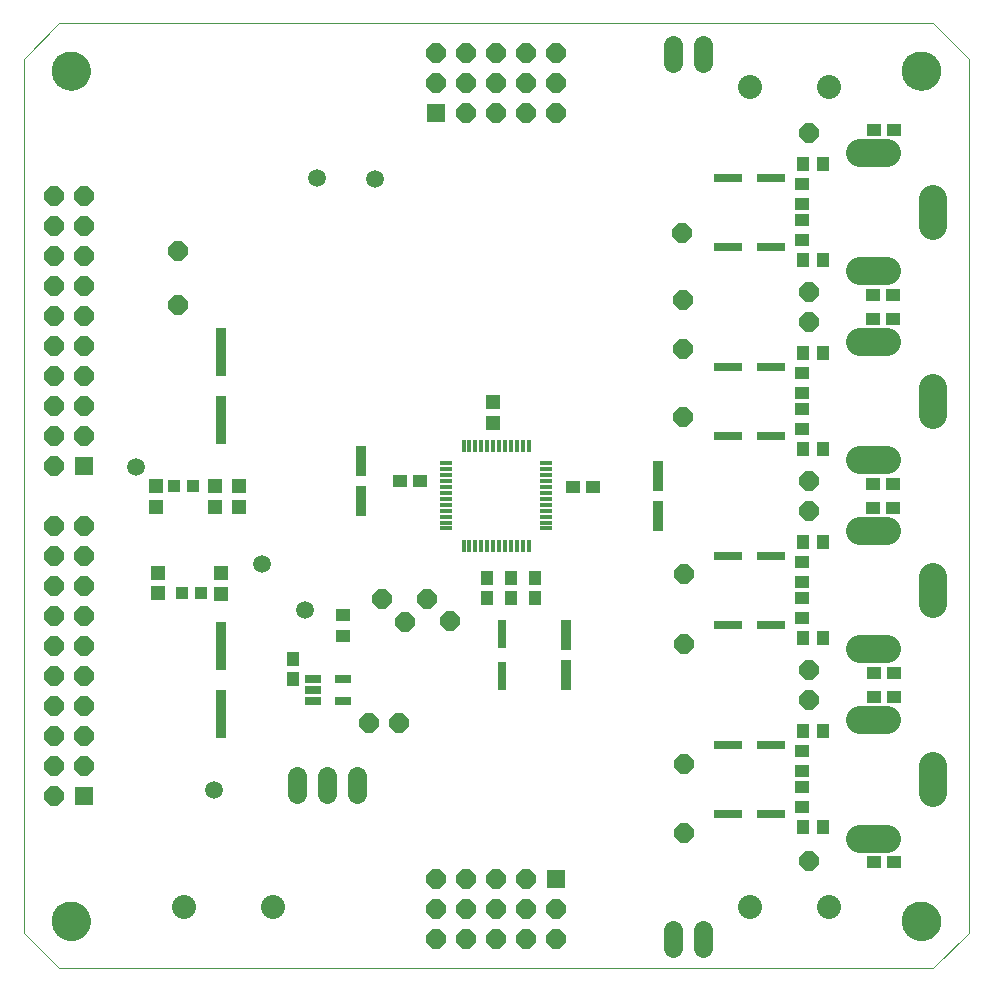
<source format=gts>
G75*
%MOIN*%
%OFA0B0*%
%FSLAX25Y25*%
%IPPOS*%
%LPD*%
%AMOC8*
5,1,8,0,0,1.08239X$1,22.5*
%
%ADD10R,0.03400X0.10100*%
%ADD11R,0.03156X0.09455*%
%ADD12R,0.09455X0.03156*%
%ADD13R,0.04731X0.04337*%
%ADD14R,0.04652X0.04534*%
%ADD15R,0.03400X0.16400*%
%ADD16R,0.04337X0.04731*%
%ADD17R,0.03943X0.03943*%
%ADD18C,0.00000*%
%ADD19C,0.12998*%
%ADD20OC8,0.06400*%
%ADD21R,0.06400X0.06400*%
%ADD22C,0.09258*%
%ADD23C,0.06400*%
%ADD24R,0.04337X0.01187*%
%ADD25R,0.01187X0.04337*%
%ADD26R,0.05400X0.02600*%
%ADD27C,0.08000*%
%ADD28C,0.05912*%
D10*
X0121600Y0191000D03*
X0121600Y0204200D03*
X0190000Y0146200D03*
X0190000Y0133000D03*
X0220800Y0186100D03*
X0220800Y0199300D03*
D11*
X0168700Y0146687D03*
X0168700Y0132513D03*
D12*
X0244213Y0149700D03*
X0258387Y0149700D03*
X0258387Y0172700D03*
X0244213Y0172700D03*
X0244213Y0212700D03*
X0258387Y0212700D03*
X0258387Y0235700D03*
X0244213Y0235700D03*
X0244213Y0275700D03*
X0258387Y0275700D03*
X0258387Y0298700D03*
X0244213Y0298700D03*
X0244213Y0109700D03*
X0258387Y0109700D03*
X0258387Y0086700D03*
X0244213Y0086700D03*
D13*
X0268900Y0088854D03*
X0268900Y0095546D03*
X0268900Y0100854D03*
X0268900Y0107546D03*
X0292654Y0125700D03*
X0299346Y0125700D03*
X0299346Y0133700D03*
X0292654Y0133700D03*
X0268900Y0151854D03*
X0268900Y0158546D03*
X0268900Y0163854D03*
X0268900Y0170546D03*
X0292554Y0188700D03*
X0299246Y0188700D03*
X0299246Y0196700D03*
X0292554Y0196700D03*
X0268900Y0214854D03*
X0268900Y0221546D03*
X0268900Y0226854D03*
X0268900Y0233546D03*
X0292554Y0251800D03*
X0299246Y0251800D03*
X0299246Y0259800D03*
X0292554Y0259800D03*
X0268900Y0277954D03*
X0268900Y0284646D03*
X0268900Y0289854D03*
X0268900Y0296546D03*
X0292654Y0314700D03*
X0299346Y0314700D03*
X0199146Y0195600D03*
X0192454Y0195600D03*
X0141346Y0197600D03*
X0134654Y0197600D03*
X0115900Y0152846D03*
X0115900Y0146154D03*
X0292654Y0070700D03*
X0299346Y0070700D03*
D14*
X0165800Y0217055D03*
X0165800Y0223945D03*
X0081200Y0195945D03*
X0081200Y0189055D03*
X0073000Y0189055D03*
X0073000Y0195945D03*
X0053300Y0195845D03*
X0053300Y0188955D03*
X0054100Y0167145D03*
X0054100Y0160255D03*
X0075000Y0160155D03*
X0075000Y0167045D03*
D15*
X0075100Y0142700D03*
X0075100Y0120100D03*
X0075000Y0217900D03*
X0075000Y0240500D03*
D16*
X0163700Y0165246D03*
X0163700Y0158554D03*
X0171700Y0158554D03*
X0171700Y0165246D03*
X0179700Y0165246D03*
X0179700Y0158554D03*
X0099000Y0138246D03*
X0099000Y0131554D03*
X0268954Y0145200D03*
X0275646Y0145200D03*
X0275646Y0114200D03*
X0268954Y0114200D03*
X0268954Y0082200D03*
X0275646Y0082200D03*
X0275646Y0177200D03*
X0268954Y0177200D03*
X0268954Y0208200D03*
X0275646Y0208200D03*
X0275646Y0240200D03*
X0268954Y0240200D03*
X0268954Y0271200D03*
X0275646Y0271200D03*
X0275646Y0303200D03*
X0268954Y0303200D03*
D17*
X0068450Y0160300D03*
X0062150Y0160300D03*
X0059350Y0195900D03*
X0065650Y0195900D03*
D18*
X0009300Y0047011D02*
X0021111Y0035200D01*
X0312450Y0035200D01*
X0324261Y0047011D01*
X0324261Y0338350D01*
X0312450Y0350161D01*
X0021111Y0350161D01*
X0009300Y0338350D01*
X0009300Y0047011D01*
X0018749Y0050948D02*
X0018751Y0051106D01*
X0018757Y0051264D01*
X0018767Y0051422D01*
X0018781Y0051580D01*
X0018799Y0051737D01*
X0018820Y0051894D01*
X0018846Y0052050D01*
X0018876Y0052206D01*
X0018909Y0052361D01*
X0018947Y0052514D01*
X0018988Y0052667D01*
X0019033Y0052819D01*
X0019082Y0052970D01*
X0019135Y0053119D01*
X0019191Y0053267D01*
X0019251Y0053413D01*
X0019315Y0053558D01*
X0019383Y0053701D01*
X0019454Y0053843D01*
X0019528Y0053983D01*
X0019606Y0054120D01*
X0019688Y0054256D01*
X0019772Y0054390D01*
X0019861Y0054521D01*
X0019952Y0054650D01*
X0020047Y0054777D01*
X0020144Y0054902D01*
X0020245Y0055024D01*
X0020349Y0055143D01*
X0020456Y0055260D01*
X0020566Y0055374D01*
X0020679Y0055485D01*
X0020794Y0055594D01*
X0020912Y0055699D01*
X0021033Y0055801D01*
X0021156Y0055901D01*
X0021282Y0055997D01*
X0021410Y0056090D01*
X0021540Y0056180D01*
X0021673Y0056266D01*
X0021808Y0056350D01*
X0021944Y0056429D01*
X0022083Y0056506D01*
X0022224Y0056578D01*
X0022366Y0056648D01*
X0022510Y0056713D01*
X0022656Y0056775D01*
X0022803Y0056833D01*
X0022952Y0056888D01*
X0023102Y0056939D01*
X0023253Y0056986D01*
X0023405Y0057029D01*
X0023558Y0057068D01*
X0023713Y0057104D01*
X0023868Y0057135D01*
X0024024Y0057163D01*
X0024180Y0057187D01*
X0024337Y0057207D01*
X0024495Y0057223D01*
X0024652Y0057235D01*
X0024811Y0057243D01*
X0024969Y0057247D01*
X0025127Y0057247D01*
X0025285Y0057243D01*
X0025444Y0057235D01*
X0025601Y0057223D01*
X0025759Y0057207D01*
X0025916Y0057187D01*
X0026072Y0057163D01*
X0026228Y0057135D01*
X0026383Y0057104D01*
X0026538Y0057068D01*
X0026691Y0057029D01*
X0026843Y0056986D01*
X0026994Y0056939D01*
X0027144Y0056888D01*
X0027293Y0056833D01*
X0027440Y0056775D01*
X0027586Y0056713D01*
X0027730Y0056648D01*
X0027872Y0056578D01*
X0028013Y0056506D01*
X0028152Y0056429D01*
X0028288Y0056350D01*
X0028423Y0056266D01*
X0028556Y0056180D01*
X0028686Y0056090D01*
X0028814Y0055997D01*
X0028940Y0055901D01*
X0029063Y0055801D01*
X0029184Y0055699D01*
X0029302Y0055594D01*
X0029417Y0055485D01*
X0029530Y0055374D01*
X0029640Y0055260D01*
X0029747Y0055143D01*
X0029851Y0055024D01*
X0029952Y0054902D01*
X0030049Y0054777D01*
X0030144Y0054650D01*
X0030235Y0054521D01*
X0030324Y0054390D01*
X0030408Y0054256D01*
X0030490Y0054120D01*
X0030568Y0053983D01*
X0030642Y0053843D01*
X0030713Y0053701D01*
X0030781Y0053558D01*
X0030845Y0053413D01*
X0030905Y0053267D01*
X0030961Y0053119D01*
X0031014Y0052970D01*
X0031063Y0052819D01*
X0031108Y0052667D01*
X0031149Y0052514D01*
X0031187Y0052361D01*
X0031220Y0052206D01*
X0031250Y0052050D01*
X0031276Y0051894D01*
X0031297Y0051737D01*
X0031315Y0051580D01*
X0031329Y0051422D01*
X0031339Y0051264D01*
X0031345Y0051106D01*
X0031347Y0050948D01*
X0031345Y0050790D01*
X0031339Y0050632D01*
X0031329Y0050474D01*
X0031315Y0050316D01*
X0031297Y0050159D01*
X0031276Y0050002D01*
X0031250Y0049846D01*
X0031220Y0049690D01*
X0031187Y0049535D01*
X0031149Y0049382D01*
X0031108Y0049229D01*
X0031063Y0049077D01*
X0031014Y0048926D01*
X0030961Y0048777D01*
X0030905Y0048629D01*
X0030845Y0048483D01*
X0030781Y0048338D01*
X0030713Y0048195D01*
X0030642Y0048053D01*
X0030568Y0047913D01*
X0030490Y0047776D01*
X0030408Y0047640D01*
X0030324Y0047506D01*
X0030235Y0047375D01*
X0030144Y0047246D01*
X0030049Y0047119D01*
X0029952Y0046994D01*
X0029851Y0046872D01*
X0029747Y0046753D01*
X0029640Y0046636D01*
X0029530Y0046522D01*
X0029417Y0046411D01*
X0029302Y0046302D01*
X0029184Y0046197D01*
X0029063Y0046095D01*
X0028940Y0045995D01*
X0028814Y0045899D01*
X0028686Y0045806D01*
X0028556Y0045716D01*
X0028423Y0045630D01*
X0028288Y0045546D01*
X0028152Y0045467D01*
X0028013Y0045390D01*
X0027872Y0045318D01*
X0027730Y0045248D01*
X0027586Y0045183D01*
X0027440Y0045121D01*
X0027293Y0045063D01*
X0027144Y0045008D01*
X0026994Y0044957D01*
X0026843Y0044910D01*
X0026691Y0044867D01*
X0026538Y0044828D01*
X0026383Y0044792D01*
X0026228Y0044761D01*
X0026072Y0044733D01*
X0025916Y0044709D01*
X0025759Y0044689D01*
X0025601Y0044673D01*
X0025444Y0044661D01*
X0025285Y0044653D01*
X0025127Y0044649D01*
X0024969Y0044649D01*
X0024811Y0044653D01*
X0024652Y0044661D01*
X0024495Y0044673D01*
X0024337Y0044689D01*
X0024180Y0044709D01*
X0024024Y0044733D01*
X0023868Y0044761D01*
X0023713Y0044792D01*
X0023558Y0044828D01*
X0023405Y0044867D01*
X0023253Y0044910D01*
X0023102Y0044957D01*
X0022952Y0045008D01*
X0022803Y0045063D01*
X0022656Y0045121D01*
X0022510Y0045183D01*
X0022366Y0045248D01*
X0022224Y0045318D01*
X0022083Y0045390D01*
X0021944Y0045467D01*
X0021808Y0045546D01*
X0021673Y0045630D01*
X0021540Y0045716D01*
X0021410Y0045806D01*
X0021282Y0045899D01*
X0021156Y0045995D01*
X0021033Y0046095D01*
X0020912Y0046197D01*
X0020794Y0046302D01*
X0020679Y0046411D01*
X0020566Y0046522D01*
X0020456Y0046636D01*
X0020349Y0046753D01*
X0020245Y0046872D01*
X0020144Y0046994D01*
X0020047Y0047119D01*
X0019952Y0047246D01*
X0019861Y0047375D01*
X0019772Y0047506D01*
X0019688Y0047640D01*
X0019606Y0047776D01*
X0019528Y0047913D01*
X0019454Y0048053D01*
X0019383Y0048195D01*
X0019315Y0048338D01*
X0019251Y0048483D01*
X0019191Y0048629D01*
X0019135Y0048777D01*
X0019082Y0048926D01*
X0019033Y0049077D01*
X0018988Y0049229D01*
X0018947Y0049382D01*
X0018909Y0049535D01*
X0018876Y0049690D01*
X0018846Y0049846D01*
X0018820Y0050002D01*
X0018799Y0050159D01*
X0018781Y0050316D01*
X0018767Y0050474D01*
X0018757Y0050632D01*
X0018751Y0050790D01*
X0018749Y0050948D01*
X0018749Y0334413D02*
X0018751Y0334571D01*
X0018757Y0334729D01*
X0018767Y0334887D01*
X0018781Y0335045D01*
X0018799Y0335202D01*
X0018820Y0335359D01*
X0018846Y0335515D01*
X0018876Y0335671D01*
X0018909Y0335826D01*
X0018947Y0335979D01*
X0018988Y0336132D01*
X0019033Y0336284D01*
X0019082Y0336435D01*
X0019135Y0336584D01*
X0019191Y0336732D01*
X0019251Y0336878D01*
X0019315Y0337023D01*
X0019383Y0337166D01*
X0019454Y0337308D01*
X0019528Y0337448D01*
X0019606Y0337585D01*
X0019688Y0337721D01*
X0019772Y0337855D01*
X0019861Y0337986D01*
X0019952Y0338115D01*
X0020047Y0338242D01*
X0020144Y0338367D01*
X0020245Y0338489D01*
X0020349Y0338608D01*
X0020456Y0338725D01*
X0020566Y0338839D01*
X0020679Y0338950D01*
X0020794Y0339059D01*
X0020912Y0339164D01*
X0021033Y0339266D01*
X0021156Y0339366D01*
X0021282Y0339462D01*
X0021410Y0339555D01*
X0021540Y0339645D01*
X0021673Y0339731D01*
X0021808Y0339815D01*
X0021944Y0339894D01*
X0022083Y0339971D01*
X0022224Y0340043D01*
X0022366Y0340113D01*
X0022510Y0340178D01*
X0022656Y0340240D01*
X0022803Y0340298D01*
X0022952Y0340353D01*
X0023102Y0340404D01*
X0023253Y0340451D01*
X0023405Y0340494D01*
X0023558Y0340533D01*
X0023713Y0340569D01*
X0023868Y0340600D01*
X0024024Y0340628D01*
X0024180Y0340652D01*
X0024337Y0340672D01*
X0024495Y0340688D01*
X0024652Y0340700D01*
X0024811Y0340708D01*
X0024969Y0340712D01*
X0025127Y0340712D01*
X0025285Y0340708D01*
X0025444Y0340700D01*
X0025601Y0340688D01*
X0025759Y0340672D01*
X0025916Y0340652D01*
X0026072Y0340628D01*
X0026228Y0340600D01*
X0026383Y0340569D01*
X0026538Y0340533D01*
X0026691Y0340494D01*
X0026843Y0340451D01*
X0026994Y0340404D01*
X0027144Y0340353D01*
X0027293Y0340298D01*
X0027440Y0340240D01*
X0027586Y0340178D01*
X0027730Y0340113D01*
X0027872Y0340043D01*
X0028013Y0339971D01*
X0028152Y0339894D01*
X0028288Y0339815D01*
X0028423Y0339731D01*
X0028556Y0339645D01*
X0028686Y0339555D01*
X0028814Y0339462D01*
X0028940Y0339366D01*
X0029063Y0339266D01*
X0029184Y0339164D01*
X0029302Y0339059D01*
X0029417Y0338950D01*
X0029530Y0338839D01*
X0029640Y0338725D01*
X0029747Y0338608D01*
X0029851Y0338489D01*
X0029952Y0338367D01*
X0030049Y0338242D01*
X0030144Y0338115D01*
X0030235Y0337986D01*
X0030324Y0337855D01*
X0030408Y0337721D01*
X0030490Y0337585D01*
X0030568Y0337448D01*
X0030642Y0337308D01*
X0030713Y0337166D01*
X0030781Y0337023D01*
X0030845Y0336878D01*
X0030905Y0336732D01*
X0030961Y0336584D01*
X0031014Y0336435D01*
X0031063Y0336284D01*
X0031108Y0336132D01*
X0031149Y0335979D01*
X0031187Y0335826D01*
X0031220Y0335671D01*
X0031250Y0335515D01*
X0031276Y0335359D01*
X0031297Y0335202D01*
X0031315Y0335045D01*
X0031329Y0334887D01*
X0031339Y0334729D01*
X0031345Y0334571D01*
X0031347Y0334413D01*
X0031345Y0334255D01*
X0031339Y0334097D01*
X0031329Y0333939D01*
X0031315Y0333781D01*
X0031297Y0333624D01*
X0031276Y0333467D01*
X0031250Y0333311D01*
X0031220Y0333155D01*
X0031187Y0333000D01*
X0031149Y0332847D01*
X0031108Y0332694D01*
X0031063Y0332542D01*
X0031014Y0332391D01*
X0030961Y0332242D01*
X0030905Y0332094D01*
X0030845Y0331948D01*
X0030781Y0331803D01*
X0030713Y0331660D01*
X0030642Y0331518D01*
X0030568Y0331378D01*
X0030490Y0331241D01*
X0030408Y0331105D01*
X0030324Y0330971D01*
X0030235Y0330840D01*
X0030144Y0330711D01*
X0030049Y0330584D01*
X0029952Y0330459D01*
X0029851Y0330337D01*
X0029747Y0330218D01*
X0029640Y0330101D01*
X0029530Y0329987D01*
X0029417Y0329876D01*
X0029302Y0329767D01*
X0029184Y0329662D01*
X0029063Y0329560D01*
X0028940Y0329460D01*
X0028814Y0329364D01*
X0028686Y0329271D01*
X0028556Y0329181D01*
X0028423Y0329095D01*
X0028288Y0329011D01*
X0028152Y0328932D01*
X0028013Y0328855D01*
X0027872Y0328783D01*
X0027730Y0328713D01*
X0027586Y0328648D01*
X0027440Y0328586D01*
X0027293Y0328528D01*
X0027144Y0328473D01*
X0026994Y0328422D01*
X0026843Y0328375D01*
X0026691Y0328332D01*
X0026538Y0328293D01*
X0026383Y0328257D01*
X0026228Y0328226D01*
X0026072Y0328198D01*
X0025916Y0328174D01*
X0025759Y0328154D01*
X0025601Y0328138D01*
X0025444Y0328126D01*
X0025285Y0328118D01*
X0025127Y0328114D01*
X0024969Y0328114D01*
X0024811Y0328118D01*
X0024652Y0328126D01*
X0024495Y0328138D01*
X0024337Y0328154D01*
X0024180Y0328174D01*
X0024024Y0328198D01*
X0023868Y0328226D01*
X0023713Y0328257D01*
X0023558Y0328293D01*
X0023405Y0328332D01*
X0023253Y0328375D01*
X0023102Y0328422D01*
X0022952Y0328473D01*
X0022803Y0328528D01*
X0022656Y0328586D01*
X0022510Y0328648D01*
X0022366Y0328713D01*
X0022224Y0328783D01*
X0022083Y0328855D01*
X0021944Y0328932D01*
X0021808Y0329011D01*
X0021673Y0329095D01*
X0021540Y0329181D01*
X0021410Y0329271D01*
X0021282Y0329364D01*
X0021156Y0329460D01*
X0021033Y0329560D01*
X0020912Y0329662D01*
X0020794Y0329767D01*
X0020679Y0329876D01*
X0020566Y0329987D01*
X0020456Y0330101D01*
X0020349Y0330218D01*
X0020245Y0330337D01*
X0020144Y0330459D01*
X0020047Y0330584D01*
X0019952Y0330711D01*
X0019861Y0330840D01*
X0019772Y0330971D01*
X0019688Y0331105D01*
X0019606Y0331241D01*
X0019528Y0331378D01*
X0019454Y0331518D01*
X0019383Y0331660D01*
X0019315Y0331803D01*
X0019251Y0331948D01*
X0019191Y0332094D01*
X0019135Y0332242D01*
X0019082Y0332391D01*
X0019033Y0332542D01*
X0018988Y0332694D01*
X0018947Y0332847D01*
X0018909Y0333000D01*
X0018876Y0333155D01*
X0018846Y0333311D01*
X0018820Y0333467D01*
X0018799Y0333624D01*
X0018781Y0333781D01*
X0018767Y0333939D01*
X0018757Y0334097D01*
X0018751Y0334255D01*
X0018749Y0334413D01*
X0302214Y0334413D02*
X0302216Y0334571D01*
X0302222Y0334729D01*
X0302232Y0334887D01*
X0302246Y0335045D01*
X0302264Y0335202D01*
X0302285Y0335359D01*
X0302311Y0335515D01*
X0302341Y0335671D01*
X0302374Y0335826D01*
X0302412Y0335979D01*
X0302453Y0336132D01*
X0302498Y0336284D01*
X0302547Y0336435D01*
X0302600Y0336584D01*
X0302656Y0336732D01*
X0302716Y0336878D01*
X0302780Y0337023D01*
X0302848Y0337166D01*
X0302919Y0337308D01*
X0302993Y0337448D01*
X0303071Y0337585D01*
X0303153Y0337721D01*
X0303237Y0337855D01*
X0303326Y0337986D01*
X0303417Y0338115D01*
X0303512Y0338242D01*
X0303609Y0338367D01*
X0303710Y0338489D01*
X0303814Y0338608D01*
X0303921Y0338725D01*
X0304031Y0338839D01*
X0304144Y0338950D01*
X0304259Y0339059D01*
X0304377Y0339164D01*
X0304498Y0339266D01*
X0304621Y0339366D01*
X0304747Y0339462D01*
X0304875Y0339555D01*
X0305005Y0339645D01*
X0305138Y0339731D01*
X0305273Y0339815D01*
X0305409Y0339894D01*
X0305548Y0339971D01*
X0305689Y0340043D01*
X0305831Y0340113D01*
X0305975Y0340178D01*
X0306121Y0340240D01*
X0306268Y0340298D01*
X0306417Y0340353D01*
X0306567Y0340404D01*
X0306718Y0340451D01*
X0306870Y0340494D01*
X0307023Y0340533D01*
X0307178Y0340569D01*
X0307333Y0340600D01*
X0307489Y0340628D01*
X0307645Y0340652D01*
X0307802Y0340672D01*
X0307960Y0340688D01*
X0308117Y0340700D01*
X0308276Y0340708D01*
X0308434Y0340712D01*
X0308592Y0340712D01*
X0308750Y0340708D01*
X0308909Y0340700D01*
X0309066Y0340688D01*
X0309224Y0340672D01*
X0309381Y0340652D01*
X0309537Y0340628D01*
X0309693Y0340600D01*
X0309848Y0340569D01*
X0310003Y0340533D01*
X0310156Y0340494D01*
X0310308Y0340451D01*
X0310459Y0340404D01*
X0310609Y0340353D01*
X0310758Y0340298D01*
X0310905Y0340240D01*
X0311051Y0340178D01*
X0311195Y0340113D01*
X0311337Y0340043D01*
X0311478Y0339971D01*
X0311617Y0339894D01*
X0311753Y0339815D01*
X0311888Y0339731D01*
X0312021Y0339645D01*
X0312151Y0339555D01*
X0312279Y0339462D01*
X0312405Y0339366D01*
X0312528Y0339266D01*
X0312649Y0339164D01*
X0312767Y0339059D01*
X0312882Y0338950D01*
X0312995Y0338839D01*
X0313105Y0338725D01*
X0313212Y0338608D01*
X0313316Y0338489D01*
X0313417Y0338367D01*
X0313514Y0338242D01*
X0313609Y0338115D01*
X0313700Y0337986D01*
X0313789Y0337855D01*
X0313873Y0337721D01*
X0313955Y0337585D01*
X0314033Y0337448D01*
X0314107Y0337308D01*
X0314178Y0337166D01*
X0314246Y0337023D01*
X0314310Y0336878D01*
X0314370Y0336732D01*
X0314426Y0336584D01*
X0314479Y0336435D01*
X0314528Y0336284D01*
X0314573Y0336132D01*
X0314614Y0335979D01*
X0314652Y0335826D01*
X0314685Y0335671D01*
X0314715Y0335515D01*
X0314741Y0335359D01*
X0314762Y0335202D01*
X0314780Y0335045D01*
X0314794Y0334887D01*
X0314804Y0334729D01*
X0314810Y0334571D01*
X0314812Y0334413D01*
X0314810Y0334255D01*
X0314804Y0334097D01*
X0314794Y0333939D01*
X0314780Y0333781D01*
X0314762Y0333624D01*
X0314741Y0333467D01*
X0314715Y0333311D01*
X0314685Y0333155D01*
X0314652Y0333000D01*
X0314614Y0332847D01*
X0314573Y0332694D01*
X0314528Y0332542D01*
X0314479Y0332391D01*
X0314426Y0332242D01*
X0314370Y0332094D01*
X0314310Y0331948D01*
X0314246Y0331803D01*
X0314178Y0331660D01*
X0314107Y0331518D01*
X0314033Y0331378D01*
X0313955Y0331241D01*
X0313873Y0331105D01*
X0313789Y0330971D01*
X0313700Y0330840D01*
X0313609Y0330711D01*
X0313514Y0330584D01*
X0313417Y0330459D01*
X0313316Y0330337D01*
X0313212Y0330218D01*
X0313105Y0330101D01*
X0312995Y0329987D01*
X0312882Y0329876D01*
X0312767Y0329767D01*
X0312649Y0329662D01*
X0312528Y0329560D01*
X0312405Y0329460D01*
X0312279Y0329364D01*
X0312151Y0329271D01*
X0312021Y0329181D01*
X0311888Y0329095D01*
X0311753Y0329011D01*
X0311617Y0328932D01*
X0311478Y0328855D01*
X0311337Y0328783D01*
X0311195Y0328713D01*
X0311051Y0328648D01*
X0310905Y0328586D01*
X0310758Y0328528D01*
X0310609Y0328473D01*
X0310459Y0328422D01*
X0310308Y0328375D01*
X0310156Y0328332D01*
X0310003Y0328293D01*
X0309848Y0328257D01*
X0309693Y0328226D01*
X0309537Y0328198D01*
X0309381Y0328174D01*
X0309224Y0328154D01*
X0309066Y0328138D01*
X0308909Y0328126D01*
X0308750Y0328118D01*
X0308592Y0328114D01*
X0308434Y0328114D01*
X0308276Y0328118D01*
X0308117Y0328126D01*
X0307960Y0328138D01*
X0307802Y0328154D01*
X0307645Y0328174D01*
X0307489Y0328198D01*
X0307333Y0328226D01*
X0307178Y0328257D01*
X0307023Y0328293D01*
X0306870Y0328332D01*
X0306718Y0328375D01*
X0306567Y0328422D01*
X0306417Y0328473D01*
X0306268Y0328528D01*
X0306121Y0328586D01*
X0305975Y0328648D01*
X0305831Y0328713D01*
X0305689Y0328783D01*
X0305548Y0328855D01*
X0305409Y0328932D01*
X0305273Y0329011D01*
X0305138Y0329095D01*
X0305005Y0329181D01*
X0304875Y0329271D01*
X0304747Y0329364D01*
X0304621Y0329460D01*
X0304498Y0329560D01*
X0304377Y0329662D01*
X0304259Y0329767D01*
X0304144Y0329876D01*
X0304031Y0329987D01*
X0303921Y0330101D01*
X0303814Y0330218D01*
X0303710Y0330337D01*
X0303609Y0330459D01*
X0303512Y0330584D01*
X0303417Y0330711D01*
X0303326Y0330840D01*
X0303237Y0330971D01*
X0303153Y0331105D01*
X0303071Y0331241D01*
X0302993Y0331378D01*
X0302919Y0331518D01*
X0302848Y0331660D01*
X0302780Y0331803D01*
X0302716Y0331948D01*
X0302656Y0332094D01*
X0302600Y0332242D01*
X0302547Y0332391D01*
X0302498Y0332542D01*
X0302453Y0332694D01*
X0302412Y0332847D01*
X0302374Y0333000D01*
X0302341Y0333155D01*
X0302311Y0333311D01*
X0302285Y0333467D01*
X0302264Y0333624D01*
X0302246Y0333781D01*
X0302232Y0333939D01*
X0302222Y0334097D01*
X0302216Y0334255D01*
X0302214Y0334413D01*
X0302214Y0050948D02*
X0302216Y0051106D01*
X0302222Y0051264D01*
X0302232Y0051422D01*
X0302246Y0051580D01*
X0302264Y0051737D01*
X0302285Y0051894D01*
X0302311Y0052050D01*
X0302341Y0052206D01*
X0302374Y0052361D01*
X0302412Y0052514D01*
X0302453Y0052667D01*
X0302498Y0052819D01*
X0302547Y0052970D01*
X0302600Y0053119D01*
X0302656Y0053267D01*
X0302716Y0053413D01*
X0302780Y0053558D01*
X0302848Y0053701D01*
X0302919Y0053843D01*
X0302993Y0053983D01*
X0303071Y0054120D01*
X0303153Y0054256D01*
X0303237Y0054390D01*
X0303326Y0054521D01*
X0303417Y0054650D01*
X0303512Y0054777D01*
X0303609Y0054902D01*
X0303710Y0055024D01*
X0303814Y0055143D01*
X0303921Y0055260D01*
X0304031Y0055374D01*
X0304144Y0055485D01*
X0304259Y0055594D01*
X0304377Y0055699D01*
X0304498Y0055801D01*
X0304621Y0055901D01*
X0304747Y0055997D01*
X0304875Y0056090D01*
X0305005Y0056180D01*
X0305138Y0056266D01*
X0305273Y0056350D01*
X0305409Y0056429D01*
X0305548Y0056506D01*
X0305689Y0056578D01*
X0305831Y0056648D01*
X0305975Y0056713D01*
X0306121Y0056775D01*
X0306268Y0056833D01*
X0306417Y0056888D01*
X0306567Y0056939D01*
X0306718Y0056986D01*
X0306870Y0057029D01*
X0307023Y0057068D01*
X0307178Y0057104D01*
X0307333Y0057135D01*
X0307489Y0057163D01*
X0307645Y0057187D01*
X0307802Y0057207D01*
X0307960Y0057223D01*
X0308117Y0057235D01*
X0308276Y0057243D01*
X0308434Y0057247D01*
X0308592Y0057247D01*
X0308750Y0057243D01*
X0308909Y0057235D01*
X0309066Y0057223D01*
X0309224Y0057207D01*
X0309381Y0057187D01*
X0309537Y0057163D01*
X0309693Y0057135D01*
X0309848Y0057104D01*
X0310003Y0057068D01*
X0310156Y0057029D01*
X0310308Y0056986D01*
X0310459Y0056939D01*
X0310609Y0056888D01*
X0310758Y0056833D01*
X0310905Y0056775D01*
X0311051Y0056713D01*
X0311195Y0056648D01*
X0311337Y0056578D01*
X0311478Y0056506D01*
X0311617Y0056429D01*
X0311753Y0056350D01*
X0311888Y0056266D01*
X0312021Y0056180D01*
X0312151Y0056090D01*
X0312279Y0055997D01*
X0312405Y0055901D01*
X0312528Y0055801D01*
X0312649Y0055699D01*
X0312767Y0055594D01*
X0312882Y0055485D01*
X0312995Y0055374D01*
X0313105Y0055260D01*
X0313212Y0055143D01*
X0313316Y0055024D01*
X0313417Y0054902D01*
X0313514Y0054777D01*
X0313609Y0054650D01*
X0313700Y0054521D01*
X0313789Y0054390D01*
X0313873Y0054256D01*
X0313955Y0054120D01*
X0314033Y0053983D01*
X0314107Y0053843D01*
X0314178Y0053701D01*
X0314246Y0053558D01*
X0314310Y0053413D01*
X0314370Y0053267D01*
X0314426Y0053119D01*
X0314479Y0052970D01*
X0314528Y0052819D01*
X0314573Y0052667D01*
X0314614Y0052514D01*
X0314652Y0052361D01*
X0314685Y0052206D01*
X0314715Y0052050D01*
X0314741Y0051894D01*
X0314762Y0051737D01*
X0314780Y0051580D01*
X0314794Y0051422D01*
X0314804Y0051264D01*
X0314810Y0051106D01*
X0314812Y0050948D01*
X0314810Y0050790D01*
X0314804Y0050632D01*
X0314794Y0050474D01*
X0314780Y0050316D01*
X0314762Y0050159D01*
X0314741Y0050002D01*
X0314715Y0049846D01*
X0314685Y0049690D01*
X0314652Y0049535D01*
X0314614Y0049382D01*
X0314573Y0049229D01*
X0314528Y0049077D01*
X0314479Y0048926D01*
X0314426Y0048777D01*
X0314370Y0048629D01*
X0314310Y0048483D01*
X0314246Y0048338D01*
X0314178Y0048195D01*
X0314107Y0048053D01*
X0314033Y0047913D01*
X0313955Y0047776D01*
X0313873Y0047640D01*
X0313789Y0047506D01*
X0313700Y0047375D01*
X0313609Y0047246D01*
X0313514Y0047119D01*
X0313417Y0046994D01*
X0313316Y0046872D01*
X0313212Y0046753D01*
X0313105Y0046636D01*
X0312995Y0046522D01*
X0312882Y0046411D01*
X0312767Y0046302D01*
X0312649Y0046197D01*
X0312528Y0046095D01*
X0312405Y0045995D01*
X0312279Y0045899D01*
X0312151Y0045806D01*
X0312021Y0045716D01*
X0311888Y0045630D01*
X0311753Y0045546D01*
X0311617Y0045467D01*
X0311478Y0045390D01*
X0311337Y0045318D01*
X0311195Y0045248D01*
X0311051Y0045183D01*
X0310905Y0045121D01*
X0310758Y0045063D01*
X0310609Y0045008D01*
X0310459Y0044957D01*
X0310308Y0044910D01*
X0310156Y0044867D01*
X0310003Y0044828D01*
X0309848Y0044792D01*
X0309693Y0044761D01*
X0309537Y0044733D01*
X0309381Y0044709D01*
X0309224Y0044689D01*
X0309066Y0044673D01*
X0308909Y0044661D01*
X0308750Y0044653D01*
X0308592Y0044649D01*
X0308434Y0044649D01*
X0308276Y0044653D01*
X0308117Y0044661D01*
X0307960Y0044673D01*
X0307802Y0044689D01*
X0307645Y0044709D01*
X0307489Y0044733D01*
X0307333Y0044761D01*
X0307178Y0044792D01*
X0307023Y0044828D01*
X0306870Y0044867D01*
X0306718Y0044910D01*
X0306567Y0044957D01*
X0306417Y0045008D01*
X0306268Y0045063D01*
X0306121Y0045121D01*
X0305975Y0045183D01*
X0305831Y0045248D01*
X0305689Y0045318D01*
X0305548Y0045390D01*
X0305409Y0045467D01*
X0305273Y0045546D01*
X0305138Y0045630D01*
X0305005Y0045716D01*
X0304875Y0045806D01*
X0304747Y0045899D01*
X0304621Y0045995D01*
X0304498Y0046095D01*
X0304377Y0046197D01*
X0304259Y0046302D01*
X0304144Y0046411D01*
X0304031Y0046522D01*
X0303921Y0046636D01*
X0303814Y0046753D01*
X0303710Y0046872D01*
X0303609Y0046994D01*
X0303512Y0047119D01*
X0303417Y0047246D01*
X0303326Y0047375D01*
X0303237Y0047506D01*
X0303153Y0047640D01*
X0303071Y0047776D01*
X0302993Y0047913D01*
X0302919Y0048053D01*
X0302848Y0048195D01*
X0302780Y0048338D01*
X0302716Y0048483D01*
X0302656Y0048629D01*
X0302600Y0048777D01*
X0302547Y0048926D01*
X0302498Y0049077D01*
X0302453Y0049229D01*
X0302412Y0049382D01*
X0302374Y0049535D01*
X0302341Y0049690D01*
X0302311Y0049846D01*
X0302285Y0050002D01*
X0302264Y0050159D01*
X0302246Y0050316D01*
X0302232Y0050474D01*
X0302222Y0050632D01*
X0302216Y0050790D01*
X0302214Y0050948D01*
D19*
X0308513Y0050948D03*
X0308513Y0334413D03*
X0025048Y0334413D03*
X0025048Y0050948D03*
D20*
X0019261Y0092661D03*
X0019261Y0102661D03*
X0019261Y0112661D03*
X0019261Y0122661D03*
X0019261Y0132661D03*
X0019261Y0142661D03*
X0019261Y0152661D03*
X0019261Y0162661D03*
X0019261Y0172661D03*
X0019261Y0182661D03*
X0029261Y0182661D03*
X0029261Y0172661D03*
X0029261Y0162661D03*
X0029261Y0152661D03*
X0029261Y0142661D03*
X0029261Y0132661D03*
X0029261Y0122661D03*
X0029261Y0112661D03*
X0029261Y0102661D03*
X0019261Y0202661D03*
X0019261Y0212661D03*
X0019261Y0222661D03*
X0019261Y0232661D03*
X0019261Y0242661D03*
X0019261Y0252661D03*
X0019261Y0262661D03*
X0019261Y0272661D03*
X0019261Y0282661D03*
X0019261Y0292661D03*
X0029261Y0292661D03*
X0029261Y0282661D03*
X0029261Y0272661D03*
X0029261Y0262661D03*
X0029261Y0252661D03*
X0029261Y0242661D03*
X0029261Y0232661D03*
X0029261Y0222661D03*
X0029261Y0212661D03*
X0060800Y0256400D03*
X0060800Y0274200D03*
X0146600Y0330200D03*
X0146600Y0340200D03*
X0156600Y0340200D03*
X0156600Y0330200D03*
X0156600Y0320200D03*
X0166600Y0320200D03*
X0166600Y0330200D03*
X0166600Y0340200D03*
X0176600Y0340200D03*
X0176600Y0330200D03*
X0176600Y0320200D03*
X0186600Y0320200D03*
X0186600Y0330200D03*
X0186600Y0340200D03*
X0228900Y0280400D03*
X0229000Y0257900D03*
X0229200Y0241800D03*
X0229000Y0219000D03*
X0271200Y0197700D03*
X0271200Y0187700D03*
X0229300Y0166500D03*
X0229300Y0143400D03*
X0229300Y0103300D03*
X0229400Y0080400D03*
X0271200Y0071100D03*
X0271200Y0124800D03*
X0271200Y0134800D03*
X0186700Y0055100D03*
X0186700Y0045100D03*
X0176700Y0045100D03*
X0176700Y0055100D03*
X0176700Y0065100D03*
X0166700Y0065100D03*
X0166700Y0055100D03*
X0166700Y0045100D03*
X0156700Y0045100D03*
X0156700Y0055100D03*
X0156700Y0065100D03*
X0146700Y0065100D03*
X0146700Y0055100D03*
X0146700Y0045100D03*
X0134400Y0117100D03*
X0124400Y0117100D03*
X0136400Y0150800D03*
X0128900Y0158300D03*
X0143800Y0158400D03*
X0151300Y0150900D03*
X0271200Y0250800D03*
X0271200Y0260800D03*
X0271200Y0313700D03*
D21*
X0146600Y0320200D03*
X0029261Y0202661D03*
X0029261Y0092661D03*
X0186700Y0065100D03*
D22*
X0288186Y0078483D02*
X0297044Y0078483D01*
X0312300Y0093739D02*
X0312300Y0102598D01*
X0297044Y0117854D02*
X0288186Y0117854D01*
X0288186Y0141491D02*
X0297044Y0141491D01*
X0312300Y0156747D02*
X0312300Y0165606D01*
X0297044Y0180861D02*
X0288186Y0180861D01*
X0288186Y0204499D02*
X0297044Y0204499D01*
X0312300Y0219755D02*
X0312300Y0228613D01*
X0297044Y0243869D02*
X0288186Y0243869D01*
X0288186Y0267507D02*
X0297044Y0267507D01*
X0312300Y0282763D02*
X0312300Y0291621D01*
X0297044Y0306877D02*
X0288186Y0306877D01*
D23*
X0235800Y0337100D02*
X0235800Y0343100D01*
X0225800Y0343100D02*
X0225800Y0337100D01*
X0120400Y0099200D02*
X0120400Y0093200D01*
X0110400Y0093200D02*
X0110400Y0099200D01*
X0100400Y0099200D02*
X0100400Y0093200D01*
X0225800Y0048000D02*
X0225800Y0042000D01*
X0235800Y0042000D02*
X0235800Y0048000D01*
D24*
X0183513Y0181854D03*
X0183513Y0183822D03*
X0183513Y0185791D03*
X0183513Y0187759D03*
X0183513Y0189728D03*
X0183513Y0191696D03*
X0183513Y0193665D03*
X0183513Y0195633D03*
X0183513Y0197602D03*
X0183513Y0199570D03*
X0183513Y0201539D03*
X0183513Y0203507D03*
X0150048Y0203507D03*
X0150048Y0201539D03*
X0150048Y0199570D03*
X0150048Y0197602D03*
X0150048Y0195633D03*
X0150048Y0193665D03*
X0150048Y0191696D03*
X0150048Y0189728D03*
X0150048Y0187759D03*
X0150048Y0185791D03*
X0150048Y0183822D03*
X0150048Y0181854D03*
D25*
X0155954Y0175948D03*
X0157922Y0175948D03*
X0159891Y0175948D03*
X0161859Y0175948D03*
X0163828Y0175948D03*
X0165796Y0175948D03*
X0167765Y0175948D03*
X0169733Y0175948D03*
X0171702Y0175948D03*
X0173670Y0175948D03*
X0175639Y0175948D03*
X0177607Y0175948D03*
X0177607Y0209413D03*
X0175639Y0209413D03*
X0173670Y0209413D03*
X0171702Y0209413D03*
X0169733Y0209413D03*
X0167765Y0209413D03*
X0165796Y0209413D03*
X0163828Y0209413D03*
X0161859Y0209413D03*
X0159891Y0209413D03*
X0157922Y0209413D03*
X0155954Y0209413D03*
D26*
X0115900Y0131600D03*
X0115900Y0124200D03*
X0105700Y0124200D03*
X0105700Y0127900D03*
X0105700Y0131600D03*
D27*
X0092300Y0055500D03*
X0062800Y0055500D03*
X0251400Y0055500D03*
X0277700Y0055500D03*
X0277700Y0328900D03*
X0251400Y0328900D03*
D28*
X0126300Y0298400D03*
X0107100Y0298500D03*
X0046600Y0202300D03*
X0088700Y0169900D03*
X0103200Y0154700D03*
X0072600Y0094700D03*
M02*

</source>
